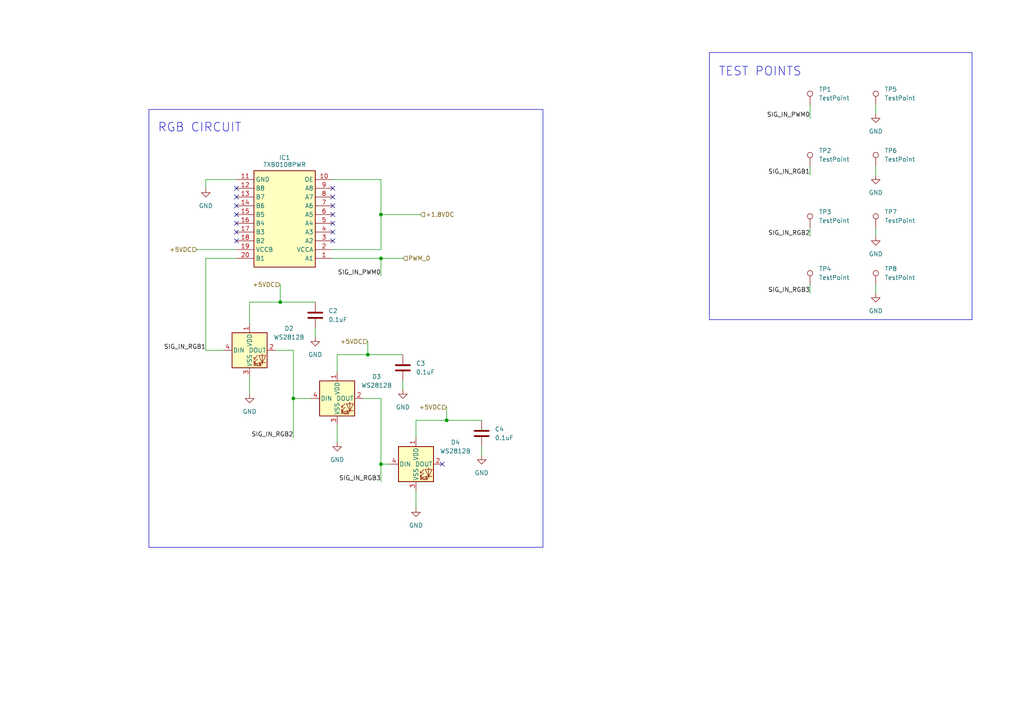
<source format=kicad_sch>
(kicad_sch (version 20231120) (generator "eeschema") (generator_version "8.0")
  (paper "A4")
  (title_block (title "EDGE HUMAN DETECTION BOARD") (rev "0.0.0"))
  (lib_symbols
    (symbol "00_project_parts:TXB0108PWR"
      (property "Reference" "IC" (at 24.13 7.62 0))
      (property "Value" "TXB0108PWR" (at 24.13 5.08 0))
      (symbol "TXB0108PWR_1_1"
        (rectangle (start 5.08 2.54) (end 22.86 -25.4) (stroke (width 0.254)) (fill (type background)))
        (pin passive line (at 0 0 0) (length 5.08) (name "A1") (number "1"))
        (pin passive line (at 0 -22.86 0) (length 5.08) (name "OE") (number "10"))
        (pin passive line (at 27.94 -22.86 180) (length 5.08) (name "GND") (number "11"))
        (pin passive line (at 27.94 -20.32 180) (length 5.08) (name "B8") (number "12"))
        (pin passive line (at 27.94 -17.78 180) (length 5.08) (name "B7") (number "13"))
        (pin passive line (at 27.94 -15.24 180) (length 5.08) (name "B6") (number "14"))
        (pin passive line (at 27.94 -12.7 180) (length 5.08) (name "B5") (number "15"))
        (pin passive line (at 27.94 -10.16 180) (length 5.08) (name "B4") (number "16"))
        (pin passive line (at 27.94 -7.62 180) (length 5.08) (name "B3") (number "17"))
        (pin passive line (at 27.94 -5.08 180) (length 5.08) (name "B2") (number "18"))
        (pin passive line (at 27.94 -2.54 180) (length 5.08) (name "VCCB") (number "19"))
        (pin passive line (at 0 -2.54 0) (length 5.08) (name "VCCA") (number "2"))
        (pin passive line (at 27.94 0 180) (length 5.08) (name "B1") (number "20"))
        (pin passive line (at 0 -5.08 0) (length 5.08) (name "A2") (number "3"))
        (pin passive line (at 0 -7.62 0) (length 5.08) (name "A3") (number "4"))
        (pin passive line (at 0 -10.16 0) (length 5.08) (name "A4") (number "5"))
        (pin passive line (at 0 -12.7 0) (length 5.08) (name "A5") (number "6"))
        (pin passive line (at 0 -15.24 0) (length 5.08) (name "A6") (number "7"))
        (pin passive line (at 0 -17.78 0) (length 5.08) (name "A7") (number "8"))
        (pin passive line (at 0 -20.32 0) (length 5.08) (name "A8") (number "9"))
      )
    )
    (symbol "Connector:TestPoint" (pin_numbers hide) (pin_names (offset 0.762) hide)
      (property "Reference" "TP" (at 0 6.858 0))
      (property "Value" "TestPoint" (at 0 5.08 0))
      (symbol "TestPoint_0_1"
        (circle (center 0 3.302) (radius 0.762))
      )
      (symbol "TestPoint_1_1"
        (pin passive line (at 0 0 90) (length 2.54) (name "1") (number "1"))
      )
    )
    (symbol "Device:C" (pin_numbers hide) (pin_names (offset 0.254))
      (property "Reference" "C" (at 0.635 2.54 0))
      (property "Value" "C" (at 0.635 -2.54 0))
      (symbol "C_0_1"
        (polyline (pts (xy -2.032 -0.762) (xy 2.032 -0.762)) (stroke (width 0.508)))
        (polyline (pts (xy -2.032 0.762) (xy 2.032 0.762)) (stroke (width 0.508)))
      )
      (symbol "C_1_1"
        (pin passive line (at 0 3.81 270) (length 2.794) (name "~") (number "1"))
        (pin passive line (at 0 -3.81 90) (length 2.794) (name "~") (number "2"))
      )
    )
    (symbol "LED:WS2812B" (pin_names (offset 0.254))
      (property "Reference" "D" (at 5.08 5.715 0))
      (property "Value" "WS2812B" (at 1.27 -5.715 0))
      (symbol "WS2812B_0_0"
        (text "RGB" (at 2.286 -4.191 0) (effects (font (size 0.762 0.762))))
      )
      (symbol "WS2812B_0_1"
        (polyline (pts (xy 1.27 -3.556) (xy 1.778 -3.556)))
        (polyline (pts (xy 1.27 -2.54) (xy 1.778 -2.54)))
        (polyline (pts (xy 4.699 -3.556) (xy 2.667 -3.556)))
        (polyline (pts (xy 2.286 -2.54) (xy 1.27 -3.556) (xy 1.27 -3.048)))
        (polyline (pts (xy 2.286 -1.524) (xy 1.27 -2.54) (xy 1.27 -2.032)))
        (polyline (pts (xy 3.683 -1.016) (xy 3.683 -3.556) (xy 3.683 -4.064)))
        (polyline (pts (xy 4.699 -1.524) (xy 2.667 -1.524) (xy 3.683 -3.556) (xy 4.699 -1.524)))
        (rectangle (start 5.08 5.08) (end -5.08 -5.08) (stroke (width 0.254)) (fill (type background)))
      )
      (symbol "WS2812B_1_1"
        (pin power_in line (at 0 7.62 270) (length 2.54) (name "VDD") (number "1"))
        (pin output line (at 7.62 0 180) (length 2.54) (name "DOUT") (number "2"))
        (pin power_in line (at 0 -7.62 90) (length 2.54) (name "VSS") (number "3"))
        (pin input line (at -7.62 0 0) (length 2.54) (name "DIN") (number "4"))
      )
    )
    (symbol "power:GND" (power) (pin_numbers hide) (pin_names (offset 0) hide)
      (property "Value" "GND" (at 0 -3.81 0))
      (symbol "GND_0_1"
        (polyline (pts (xy 0 0) (xy 0 -1.27) (xy 1.27 -1.27) (xy 0 -2.54) (xy -1.27 -1.27) (xy 0 -1.27)))
      )
      (symbol "GND_1_1"
        (pin power_in line (at 0 0 270) (length 0) (name "~") (number "1"))
      )
    )
  )
  (junction (at 85.09 115.57))
  (junction (at 110.49 74.93))
  (junction (at 110.49 62.23))
  (junction (at 106.68 102.87))
  (junction (at 110.49 134.62))
  (junction (at 129.54 121.92))
  (junction (at 81.28 87.63))
  (no_connect (at 68.58 62.23))
  (no_connect (at 68.58 59.69))
  (no_connect (at 68.58 67.31))
  (no_connect (at 96.52 69.85))
  (no_connect (at 68.58 64.77))
  (no_connect (at 96.52 67.31))
  (no_connect (at 96.52 59.69))
  (no_connect (at 96.52 62.23))
  (no_connect (at 68.58 54.61))
  (no_connect (at 96.52 57.15))
  (no_connect (at 96.52 54.61))
  (no_connect (at 96.52 64.77))
  (no_connect (at 68.58 57.15))
  (no_connect (at 68.58 69.85))
  (no_connect (at 128.27 134.62))
  (wire (pts (xy 85.09 115.57) (xy 85.09 127)))
  (wire (pts (xy 129.54 118.11) (xy 129.54 121.92)))
  (wire (pts (xy 97.79 102.87) (xy 106.68 102.87)))
  (wire (pts (xy 81.28 82.55) (xy 81.28 87.63)))
  (wire (pts (xy 59.69 74.93) (xy 59.69 101.6)))
  (wire (pts (xy 234.95 85.09) (xy 234.95 82.55)))
  (wire (pts (xy 97.79 102.87) (xy 97.79 107.95)))
  (wire (pts (xy 234.95 34.29) (xy 234.95 30.48)))
  (wire (pts (xy 110.49 134.62) (xy 110.49 139.7)))
  (wire (pts (xy 97.79 123.19) (xy 97.79 128.27)))
  (wire (pts (xy 81.28 87.63) (xy 91.44 87.63)))
  (wire (pts (xy 85.09 101.6) (xy 85.09 115.57)))
  (wire (pts (xy 254 68.58) (xy 254 66.04)))
  (wire (pts (xy 129.54 121.92) (xy 139.7 121.92)))
  (wire (pts (xy 72.39 87.63) (xy 81.28 87.63)))
  (wire (pts (xy 110.49 74.93) (xy 116.84 74.93)))
  (wire (pts (xy 105.41 115.57) (xy 110.49 115.57)))
  (wire (pts (xy 106.68 102.87) (xy 116.84 102.87)))
  (wire (pts (xy 234.95 50.8) (xy 234.95 48.26)))
  (wire (pts (xy 110.49 134.62) (xy 113.03 134.62)))
  (wire (pts (xy 116.84 113.03) (xy 116.84 110.49)))
  (wire (pts (xy 120.65 142.24) (xy 120.65 147.32)))
  (wire (pts (xy 254 85.09) (xy 254 82.55)))
  (wire (pts (xy 110.49 62.23) (xy 121.92 62.23)))
  (wire (pts (xy 110.49 52.07) (xy 110.49 62.23)))
  (wire (pts (xy 139.7 132.08) (xy 139.7 129.54)))
  (wire (pts (xy 59.69 52.07) (xy 59.69 54.61)))
  (wire (pts (xy 72.39 109.22) (xy 72.39 114.3)))
  (wire (pts (xy 72.39 87.63) (xy 72.39 93.98)))
  (wire (pts (xy 120.65 121.92) (xy 129.54 121.92)))
  (wire (pts (xy 106.68 99.06) (xy 106.68 102.87)))
  (wire (pts (xy 110.49 115.57) (xy 110.49 134.62)))
  (wire (pts (xy 96.52 74.93) (xy 110.49 74.93)))
  (wire (pts (xy 96.52 52.07) (xy 110.49 52.07)))
  (wire (pts (xy 68.58 52.07) (xy 59.69 52.07)))
  (wire (pts (xy 254 50.8) (xy 254 48.26)))
  (wire (pts (xy 59.69 101.6) (xy 64.77 101.6)))
  (wire (pts (xy 110.49 62.23) (xy 110.49 72.39)))
  (wire (pts (xy 120.65 121.92) (xy 120.65 127)))
  (wire (pts (xy 80.01 101.6) (xy 85.09 101.6)))
  (wire (pts (xy 110.49 74.93) (xy 110.49 80.01)))
  (wire (pts (xy 254 33.02) (xy 254 30.48)))
  (wire (pts (xy 68.58 74.93) (xy 59.69 74.93)))
  (wire (pts (xy 57.15 72.39) (xy 68.58 72.39)))
  (wire (pts (xy 85.09 115.57) (xy 90.17 115.57)))
  (wire (pts (xy 234.95 68.58) (xy 234.95 66.04)))
  (wire (pts (xy 91.44 97.79) (xy 91.44 95.25)))
  (wire (pts (xy 110.49 72.39) (xy 96.52 72.39)))
  (rectangle (start 43.18 31.75) (end 157.48 158.75))
  (rectangle (start 205.74 15.24) (end 281.94 92.71))
  (text "RGB CIRCUIT\n" (at 57.912 37.084 0) (effects (font (size 2.54 2.54))))
  (text "TEST POINTS" (at 220.472 20.828 0) (effects (font (size 2.54 2.54))))
  (label "SIG_IN_RGB2" (at 234.95 68.58 180))
  (label "SIG_IN_RGB3" (at 234.95 85.09 180))
  (label "SIG_IN_PWM0" (at 110.49 80.01 180))
  (label "SIG_IN_RGB1" (at 234.95 50.8 180))
  (label "SIG_IN_RGB2" (at 85.09 127 180))
  (label "SIG_IN_RGB1" (at 59.69 101.6 180))
  (label "SIG_IN_RGB3" (at 110.49 139.7 180))
  (label "SIG_IN_PWM0" (at 234.95 34.29 180))
  (hierarchical_label "+5VDC" (shape input) (at 129.54 118.11 180))
  (hierarchical_label "PWM_0" (shape input) (at 116.84 74.93 0))
  (hierarchical_label "+5VDC" (shape input) (at 106.68 99.06 180))
  (hierarchical_label "+5VDC" (shape input) (at 57.15 72.39 180))
  (hierarchical_label "+5VDC" (shape input) (at 81.28 82.55 180))
  (hierarchical_label "+1.8VDC" (shape input) (at 121.92 62.23 0))
  (symbol (lib_id "power:GND") (at 254 68.58 0) (unit 1)
    (property "Reference" "#PWR015" (effects (hide yes)))
    (property "Value" "GND" (at 254 73.66 0))
    (property "Description" "Power symbol creates a global label with name \"GND\" , ground" (effects (hide yes)))
  )
  (symbol (lib_id "power:GND") (at 97.79 128.27 0) (unit 1)
    (property "Reference" "#PWR09" (effects (hide yes)))
    (property "Value" "GND" (at 97.79 133.35 0))
    (property "Description" "Power symbol creates a global label with name \"GND\" , ground" (effects (hide yes)))
  )
  (symbol (lib_id "Connector:TestPoint") (at 234.95 30.48 0) (unit 1)
    (property "Reference" "TP1" (at 237.49 25.9079 0) (effects (justify left)))
    (property "Value" "TestPoint" (at 237.49 28.4479 0) (effects (justify left)))
    (property "Footprint" "TestPoint:TestPoint_Pad_D2.0mm" (effects (hide yes)))
    (property "Description" "test point" (effects (hide yes)))
  )
  (symbol (lib_id "Device:C") (at 116.84 106.68 180) (unit 1)
    (property "Reference" "C3" (at 120.65 105.4099 0) (effects (justify right)))
    (property "Value" "0.1uF" (at 120.65 107.9499 0) (effects (justify right)))
    (property "Footprint" "Capacitor_SMD:C_0504_1310Metric_Pad0.83x1.28mm_HandSolder" (effects (hide yes)))
    (property "Description" "Unpolarized capacitor" (effects (hide yes)))
  )
  (symbol (lib_id "power:GND") (at 254 50.8 0) (unit 1)
    (property "Reference" "#PWR014" (effects (hide yes)))
    (property "Value" "GND" (at 254 55.88 0))
    (property "Description" "Power symbol creates a global label with name \"GND\" , ground" (effects (hide yes)))
  )
  (symbol (lib_id "00_project_parts:TXB0108PWR") (at 96.52 74.93 180) (unit 1)
    (property "Reference" "IC1" (at 82.55 45.72 0))
    (property "Value" "TXB0108PWR" (at 82.55 47.752 0))
    (property "Footprint" "SOP65P640X120-20N" (effects (hide yes)))
    (property "Datasheet" "http://www.ti.com/lit/ds/symlink/txb0108.pdf" (effects (hide yes)))
    (property "Description" "8-Bit Bidirectional Voltage-Level Shifter with Auto Direction Sensing and +/-15-kV ESD Protect" (effects (hide yes)))
    (property "Height" "1.2" (effects (hide yes)))
    (property "Mouser Part Number" "595-TXB0108PWR" (effects (hide yes)))
    (property "Mouser Price/Stock" "https://www.mouser.co.uk/ProductDetail/Texas-Instruments/TXB0108PWR?qs=oFXvjAmG9EgEUWGWzOVFCA%3D%3D" (effects (hide yes)))
    (property "Manufacturer_Name" "Texas Instruments" (effects (hide yes)))
    (property "Manufacturer_Part_Number" "TXB0108PWR" (effects (hide yes)))
  )
  (symbol (lib_id "Connector:TestPoint") (at 254 48.26 0) (unit 1)
    (property "Reference" "TP6" (at 256.54 43.6879 0) (effects (justify left)))
    (property "Value" "TestPoint" (at 256.54 46.2279 0) (effects (justify left)))
    (property "Footprint" "TestPoint:TestPoint_Pad_D2.0mm" (effects (hide yes)))
    (property "Description" "test point" (effects (hide yes)))
  )
  (symbol (lib_id "power:GND") (at 116.84 113.03 0) (unit 1)
    (property "Reference" "#PWR010" (effects (hide yes)))
    (property "Value" "GND" (at 116.84 118.11 0))
    (property "Description" "Power symbol creates a global label with name \"GND\" , ground" (effects (hide yes)))
  )
  (symbol (lib_id "power:GND") (at 120.65 147.32 0) (unit 1)
    (property "Reference" "#PWR011" (effects (hide yes)))
    (property "Value" "GND" (at 120.65 152.4 0))
    (property "Description" "Power symbol creates a global label with name \"GND\" , ground" (effects (hide yes)))
  )
  (symbol (lib_id "LED:WS2812B") (at 120.65 134.62 0) (unit 1)
    (property "Reference" "D4" (at 132.08 128.3014 0))
    (property "Value" "WS2812B" (at 132.08 130.8414 0))
    (property "Footprint" "LED_SMD:LED_WS2812B_PLCC4_5.0x5.0mm_P3.2mm" (effects (hide yes)))
    (property "Datasheet" "https://cdn-shop.adafruit.com/datasheets/WS2812B.pdf" (effects (hide yes)))
    (property "Description" "RGB LED with integrated controller" (effects (hide yes)))
  )
  (symbol (lib_id "LED:WS2812B") (at 97.79 115.57 0) (unit 1)
    (property "Reference" "D3" (at 109.22 109.2514 0))
    (property "Value" "WS2812B" (at 109.22 111.7914 0))
    (property "Footprint" "LED_SMD:LED_WS2812B_PLCC4_5.0x5.0mm_P3.2mm" (effects (hide yes)))
    (property "Datasheet" "https://cdn-shop.adafruit.com/datasheets/WS2812B.pdf" (effects (hide yes)))
    (property "Description" "RGB LED with integrated controller" (effects (hide yes)))
  )
  (symbol (lib_id "power:GND") (at 139.7 132.08 0) (unit 1)
    (property "Reference" "#PWR012" (effects (hide yes)))
    (property "Value" "GND" (at 139.7 137.16 0))
    (property "Description" "Power symbol creates a global label with name \"GND\" , ground" (effects (hide yes)))
  )
  (symbol (lib_id "Device:C") (at 139.7 125.73 180) (unit 1)
    (property "Reference" "C4" (at 143.51 124.4599 0) (effects (justify right)))
    (property "Value" "0.1uF" (at 143.51 126.9999 0) (effects (justify right)))
    (property "Footprint" "Capacitor_SMD:C_0504_1310Metric_Pad0.83x1.28mm_HandSolder" (effects (hide yes)))
    (property "Description" "Unpolarized capacitor" (effects (hide yes)))
  )
  (symbol (lib_id "power:GND") (at 59.69 54.61 0) (unit 1)
    (property "Reference" "#PWR06" (effects (hide yes)))
    (property "Value" "GND" (at 59.69 59.69 0))
    (property "Description" "Power symbol creates a global label with name \"GND\" , ground" (effects (hide yes)))
  )
  (symbol (lib_id "power:GND") (at 254 33.02 0) (unit 1)
    (property "Reference" "#PWR013" (effects (hide yes)))
    (property "Value" "GND" (at 254 38.1 0))
    (property "Description" "Power symbol creates a global label with name \"GND\" , ground" (effects (hide yes)))
  )
  (symbol (lib_id "Connector:TestPoint") (at 254 30.48 0) (unit 1)
    (property "Reference" "TP5" (at 256.54 25.9079 0) (effects (justify left)))
    (property "Value" "TestPoint" (at 256.54 28.4479 0) (effects (justify left)))
    (property "Footprint" "TestPoint:TestPoint_Pad_D2.0mm" (effects (hide yes)))
    (property "Description" "test point" (effects (hide yes)))
  )
  (symbol (lib_id "Connector:TestPoint") (at 254 66.04 0) (unit 1)
    (property "Reference" "TP7" (at 256.54 61.4679 0) (effects (justify left)))
    (property "Value" "TestPoint" (at 256.54 64.0079 0) (effects (justify left)))
    (property "Footprint" "TestPoint:TestPoint_Pad_D2.0mm" (effects (hide yes)))
    (property "Description" "test point" (effects (hide yes)))
  )
  (symbol (lib_id "power:GND") (at 72.39 114.3 0) (unit 1)
    (property "Reference" "#PWR07" (effects (hide yes)))
    (property "Value" "GND" (at 72.39 119.38 0))
    (property "Description" "Power symbol creates a global label with name \"GND\" , ground" (effects (hide yes)))
  )
  (symbol (lib_id "Connector:TestPoint") (at 234.95 82.55 0) (unit 1)
    (property "Reference" "TP4" (at 237.49 77.9779 0) (effects (justify left)))
    (property "Value" "TestPoint" (at 237.49 80.5179 0) (effects (justify left)))
    (property "Footprint" "TestPoint:TestPoint_Pad_D2.0mm" (effects (hide yes)))
    (property "Description" "test point" (effects (hide yes)))
  )
  (symbol (lib_id "Connector:TestPoint") (at 254 82.55 0) (unit 1)
    (property "Reference" "TP8" (at 256.54 77.9779 0) (effects (justify left)))
    (property "Value" "TestPoint" (at 256.54 80.5179 0) (effects (justify left)))
    (property "Footprint" "TestPoint:TestPoint_Pad_D2.0mm" (effects (hide yes)))
    (property "Description" "test point" (effects (hide yes)))
  )
  (symbol (lib_id "LED:WS2812B") (at 72.39 101.6 0) (unit 1)
    (property "Reference" "D2" (at 83.82 95.2814 0))
    (property "Value" "WS2812B" (at 83.82 97.8214 0))
    (property "Footprint" "LED_SMD:LED_WS2812B_PLCC4_5.0x5.0mm_P3.2mm" (effects (hide yes)))
    (property "Datasheet" "https://cdn-shop.adafruit.com/datasheets/WS2812B.pdf" (effects (hide yes)))
    (property "Description" "RGB LED with integrated controller" (effects (hide yes)))
  )
  (symbol (lib_id "Connector:TestPoint") (at 234.95 66.04 0) (unit 1)
    (property "Reference" "TP3" (at 237.49 61.4679 0) (effects (justify left)))
    (property "Value" "TestPoint" (at 237.49 64.0079 0) (effects (justify left)))
    (property "Footprint" "TestPoint:TestPoint_Pad_D2.0mm" (effects (hide yes)))
    (property "Description" "test point" (effects (hide yes)))
  )
  (symbol (lib_id "Device:C") (at 91.44 91.44 180) (unit 1)
    (property "Reference" "C2" (at 95.25 90.1699 0) (effects (justify right)))
    (property "Value" "0.1uF" (at 95.25 92.7099 0) (effects (justify right)))
    (property "Footprint" "Capacitor_SMD:C_0504_1310Metric_Pad0.83x1.28mm_HandSolder" (effects (hide yes)))
    (property "Description" "Unpolarized capacitor" (effects (hide yes)))
  )
  (symbol (lib_id "power:GND") (at 91.44 97.79 0) (unit 1)
    (property "Reference" "#PWR08" (effects (hide yes)))
    (property "Value" "GND" (at 91.44 102.87 0))
    (property "Description" "Power symbol creates a global label with name \"GND\" , ground" (effects (hide yes)))
  )
  (symbol (lib_id "power:GND") (at 254 85.09 0) (unit 1)
    (property "Reference" "#PWR016" (effects (hide yes)))
    (property "Value" "GND" (at 254 90.17 0))
    (property "Description" "Power symbol creates a global label with name \"GND\" , ground" (effects (hide yes)))
  )
  (symbol (lib_id "Connector:TestPoint") (at 234.95 48.26 0) (unit 1)
    (property "Reference" "TP2" (at 237.49 43.6879 0) (effects (justify left)))
    (property "Value" "TestPoint" (at 237.49 46.2279 0) (effects (justify left)))
    (property "Footprint" "TestPoint:TestPoint_Pad_D2.0mm" (effects (hide yes)))
    (property "Description" "test point" (effects (hide yes)))
  )
)
</source>
